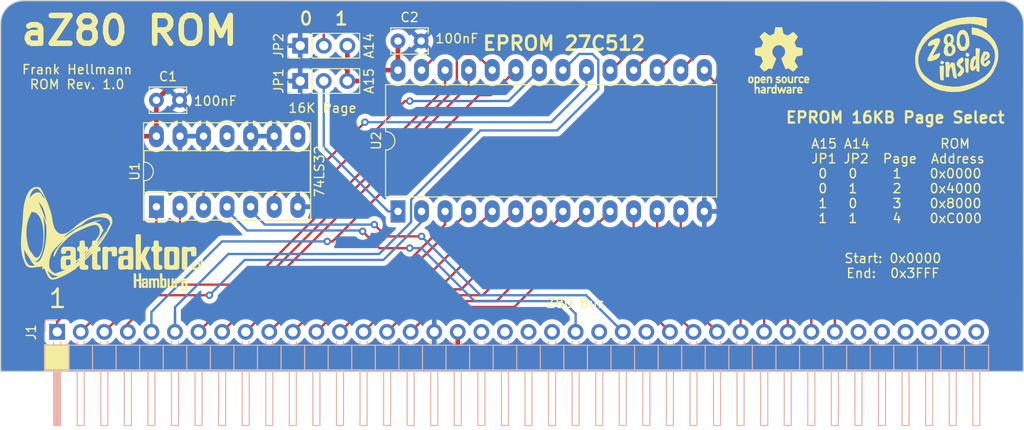
<source format=kicad_pcb>
(kicad_pcb (version 20240108) (generator "pcbnew") (generator_version "8.0")
  (layers (0 "F.Cu" signal) (31 "B.Cu" signal) (34 "B.Paste" user) (35 "F.Paste" user) (36 "B.SilkS" user "B.Silkscreen") (37 "F.SilkS" user "F.Silkscreen") (38 "B.Mask" user) (39 "F.Mask" user) (44 "Edge.Cuts" user))
  (net 0 "")
  (net 1 "/USR4")
  (net 2 "/USR3")
  (net 3 "/USR2")
  (net 4 "/USR1")
  (net 5 "/RX")
  (net 6 "/TX")
  (net 7 "/D7")
  (net 8 "/D6")
  (net 9 "/D5")
  (net 10 "/D4")
  (net 11 "/D3")
  (net 12 "/D2")
  (net 13 "/D1")
  (net 14 "/D0")
  (net 15 "/IORQ")
  (net 16 "/CLOCK")
  (net 17 "/RESET")
  (net 18 "/M1")
  (net 19 "VCC")
  (net 20 "GND")
  (net 21 "/A0")
  (net 22 "/A1")
  (net 23 "/A2")
  (net 24 "/A3")
  (net 25 "/A4")
  (net 26 "/A5")
  (net 27 "/A6")
  (net 28 "/A7")
  (net 29 "/A8")
  (net 30 "/A9")
  (net 31 "/A10")
  (net 32 "/A11")
  (net 33 "/A12")
  (net 34 "/INT")
  (net 35 "RD")
  (net 36 "MREQ")
  (net 37 "Net-(U1-Pad6)")
  (net 38 "/WR")
  (net 39 "A14")
  (net 40 "A15")
  (net 41 "Net-(JP1-Pad2)")
  (net 42 "Net-(JP2-Pad2)")
  (net 43 "Net-(U1-Pad11)")
  (net 44 "Net-(U1-Pad3)")
  (net 45 "/A13")
  (net 46 "Net-(U1-Pad8)")
  (footprint "Backplane:attraktor" (layer "F.Cu") (at 95 100.2)
    (property "Reference" "G***" (hide yes))
    (property "Value" "LOGO" (hide yes))
  )
  (footprint "Backplane:osh_logo" (layer "F.Cu") (at 166.751 80.899)
    (property "Reference" "G***" (hide yes))
    (property "Value" "LOGO" (hide yes))
  )
  (footprint "Backplane:Z80_inside" (layer "F.Cu") (at 185.928 80.01)
    (property "Reference" "G***" (hide yes))
    (property "Value" "LOGO" (hide yes))
  )
  (footprint "Capacitor_THT:C_Disc_D3.8mm_W2.6mm_P2.50mm" (layer "F.Cu") (at 99.695 85)
    (property "Reference" "C1" (at 1.25 -2.55 0) (layer "F.SilkS"))
    (property "Value" "100nF" (at 6.35 0.09 0) (layer "F.SilkS"))
    (pad "1" thru_hole circle (at 0 0) (size 1.6 1.6) (drill 0.8) (layers "*.Cu" "*.Mask") (net 19 "VCC"))
    (pad "2" thru_hole circle (at 2.5 0) (size 1.6 1.6) (drill 0.8) (layers "*.Cu" "*.Mask") (net 20 "GND"))
  )
  (footprint "Capacitor_THT:C_Disc_D3.8mm_W2.6mm_P2.50mm" (layer "F.Cu") (at 125.73 78.613)
    (property "Reference" "C2" (at 1.25 -2.55 0) (layer "F.SilkS"))
    (property "Value" "100nF" (at 6.35 -0.26 0) (layer "F.SilkS"))
    (pad "1" thru_hole circle (at 0 0) (size 1.6 1.6) (drill 0.8) (layers "*.Cu" "*.Mask") (net 19 "VCC"))
    (pad "2" thru_hole circle (at 2.5 0) (size 1.6 1.6) (drill 0.8) (layers "*.Cu" "*.Mask") (net 20 "GND"))
  )
  (footprint "Connector_PinHeader_2.54mm:PinHeader_1x03_P2.54mm_Vertical" (layer "F.Cu") (at 115.195 82.931 90)
    (property "Reference" "JP1" (at 0 -2.33 90) (layer "F.SilkS"))
    (property "Value" "A15" (at 0 7.41 90) (layer "F.SilkS"))
    (pad "1" thru_hole rect (at 0 0 90) (size 1.7 1.7) (drill 1) (layers "*.Cu" "*.Mask") (net 20 "GND"))
    (pad "2" thru_hole oval (at 0 2.54 90) (size 1.7 1.7) (drill 1) (layers "*.Cu" "*.Mask") (net 41 "Net-(JP1-Pad2)"))
    (pad "3" thru_hole oval (at 0 5.08 90) (size 1.7 1.7) (drill 1) (layers "*.Cu" "*.Mask") (net 19 "VCC"))
  )
  (footprint "Connector_PinHeader_2.54mm:PinHeader_1x03_P2.54mm_Vertical" (layer "F.Cu") (at 115.195 79.121 90)
    (property "Reference" "JP2" (at 0 -2.33 90) (layer "F.SilkS"))
    (property "Value" "A14" (at 0 7.41 90) (layer "F.SilkS"))
    (pad "1" thru_hole rect (at 0 0 90) (size 1.7 1.7) (drill 1) (layers "*.Cu" "*.Mask") (net 20 "GND"))
    (pad "2" thru_hole oval (at 0 2.54 90) (size 1.7 1.7) (drill 1) (layers "*.Cu" "*.Mask") (net 42 "Net-(JP2-Pad2)"))
    (pad "3" thru_hole oval (at 0 5.08 90) (size 1.7 1.7) (drill 1) (layers "*.Cu" "*.Mask") (net 19 "VCC"))
  )
  (footprint "Package_DIP:DIP-14_W7.62mm_Socket_LongPads" (layer "F.Cu") (at 99.695 96.5 90)
    (property "Reference" "U1" (at 3.81 -2.33 90) (layer "F.SilkS"))
    (property "Value" "74LS32" (at 3.81 17.57 90) (layer "F.SilkS"))
    (pad "1" thru_hole rect (at 0 0 90) (size 2.4 1.6) (drill 0.8) (layers "*.Cu" "*.Mask") (net 40 "A15"))
    (pad "2" thru_hole oval (at 0 2.54 90) (size 2.4 1.6) (drill 0.8) (layers "*.Cu" "*.Mask") (net 39 "A14"))
    (pad "3" thru_hole oval (at 0 5.08 90) (size 2.4 1.6) (drill 0.8) (layers "*.Cu" "*.Mask") (net 44 "Net-(U1-Pad3)"))
    (pad "4" thru_hole oval (at 0 7.62 90) (size 2.4 1.6) (drill 0.8) (layers "*.Cu" "*.Mask") (net 36 "MREQ"))
    (pad "5" thru_hole oval (at 0 10.16 90) (size 2.4 1.6) (drill 0.8) (layers "*.Cu" "*.Mask") (net 35 "RD"))
    (pad "6" thru_hole oval (at 0 12.7 90) (size 2.4 1.6) (drill 0.8) (layers "*.Cu" "*.Mask") (net 37 "Net-(U1-Pad6)"))
    (pad "7" thru_hole oval (at 0 15.24 90) (size 2.4 1.6) (drill 0.8) (layers "*.Cu" "*.Mask") (net 20 "GND"))
    (pad "8" thru_hole oval (at 7.62 15.24 90) (size 2.4 1.6) (drill 0.8) (layers "*.Cu" "*.Mask") (net 46 "Net-(U1-Pad8)"))
    (pad "9" thru_hole oval (at 7.62 12.7 90) (size 2.4 1.6) (drill 0.8) (layers "*.Cu" "*.Mask") (net 20 "GND"))
    (pad "10" thru_hole oval (at 7.62 10.16 90) (size 2.4 1.6) (drill 0.8) (layers "*.Cu" "*.Mask") (net 20 "GND"))
    (pad "11" thru_hole oval (at 7.62 7.62 90) (size 2.4 1.6) (drill 0.8) (layers "*.Cu" "*.Mask") (net 43 "Net-(U1-Pad11)"))
    (pad "12" thru_hole oval (at 7.62 5.08 90) (size 2.4 1.6) (drill 0.8) (layers "*.Cu" "*.Mask") (net 20 "GND"))
    (pad "13" thru_hole oval (at 7.62 2.54 90) (size 2.4 1.6) (drill 0.8) (layers "*.Cu" "*.Mask") (net 20 "GND"))
    (pad "14" thru_hole oval (at 7.62 0 90) (size 2.4 1.6) (drill 0.8) (layers "*.Cu" "*.Mask") (net 19 "VCC"))
  )
  (footprint "Package_DIP:DIP-28_W15.24mm_LongPads" (layer "F.Cu") (at 125.73 97 90)
    (property "Reference" "U2" (at 7.62 -2.33 90) (layer "F.SilkS"))
    (property "Value" "EPROM 27C512" (at 18.133 17.907 180) (layer "F.SilkS") (effects (font (size 1.5 1.5) (thickness 0.3))))
    (pad "1" thru_hole rect (at 0 0 90) (size 2.4 1.6) (drill 0.8) (layers "*.Cu" "*.Mask") (net 41 "Net-(JP1-Pad2)"))
    (pad "2" thru_hole oval (at 0 2.54 90) (size 2.4 1.6) (drill 0.8) (layers "*.Cu" "*.Mask") (net 33 "/A12"))
    (pad "3" thru_hole oval (at 0 5.08 90) (size 2.4 1.6) (drill 0.8) (layers "*.Cu" "*.Mask") (net 28 "/A7"))
    (pad "4" thru_hole oval (at 0 7.62 90) (size 2.4 1.6) (drill 0.8) (layers "*.Cu" "*.Mask") (net 27 "/A6"))
    (pad "5" thru_hole oval (at 0 10.16 90) (size 2.4 1.6) (drill 0.8) (layers "*.Cu" "*.Mask") (net 26 "/A5"))
    (pad "6" thru_hole oval (at 0 12.7 90) (size 2.4 1.6) (drill 0.8) (layers "*.Cu" "*.Mask") (net 25 "/A4"))
    (pad "7" thru_hole oval (at 0 15.24 90) (size 2.4 1.6) (drill 0.8) (layers "*.Cu" "*.Mask") (net 24 "/A3"))
    (pad "8" thru_hole oval (at 0 17.78 90) (size 2.4 1.6) (drill 0.8) (layers "*.Cu" "*.Mask") (net 23 "/A2"))
    (pad "9" thru_hole oval (at 0 20.32 90) (size 2.4 1.6) (drill 0.8) (layers "*.Cu" "*.Mask") (net 22 "/A1"))
    (pad "10" thru_hole oval (at 0 22.86 90) (size 2.4 1.6) (drill 0.8) (layers "*.Cu" "*.Mask") (net 21 "/A0"))
    (pad "11" thru_hole oval (at 0 25.4 90) (size 2.4 1.6) (drill 0.8) (layers "*.Cu" "*.Mask") (net 14 "/D0"))
    (pad "12" thru_hole oval (at 0 27.94 90) (size 2.4 1.6) (drill 0.8) (layers "*.Cu" "*.Mask") (net 13 "/D1"))
    (pad "13" thru_hole oval (at 0 30.48 90) (size 2.4 1.6) (drill 0.8) (layers "*.Cu" "*.Mask") (net 12 "/D2"))
    (pad "14" thru_hole oval (at 0 33.02 90) (size 2.4 1.6) (drill 0.8) (layers "*.Cu" "*.Mask") (net 20 "GND"))
    (pad "15" thru_hole oval (at 15.24 33.02 90) (size 2.4 1.6) (drill 0.8) (layers "*.Cu" "*.Mask") (net 11 "/D3"))
    (pad "16" thru_hole oval (at 15.24 30.48 90) (size 2.4 1.6) (drill 0.8) (layers "*.Cu" "*.Mask") (net 10 "/D4"))
    (pad "17" thru_hole oval (at 15.24 27.94 90) (size 2.4 1.6) (drill 0.8) (layers "*.Cu" "*.Mask") (net 9 "/D5"))
    (pad "18" thru_hole oval (at 15.24 25.4 90) (size 2.4 1.6) (drill 0.8) (layers "*.Cu" "*.Mask") (net 8 "/D6"))
    (pad "19" thru_hole oval (at 15.24 22.86 90) (size 2.4 1.6) (drill 0.8) (layers "*.Cu" "*.Mask") (net 7 "/D7"))
    (pad "20" thru_hole oval (at 15.24 20.32 90) (size 2.4 1.6) (drill 0.8) (layers "*.Cu" "*.Mask") (net 44 "Net-(U1-Pad3)"))
    (pad "21" thru_hole oval (at 15.24 17.78 90) (size 2.4 1.6) (drill 0.8) (layers "*.Cu" "*.Mask") (net 31 "/A10"))
    (pad "22" thru_hole oval (at 15.24 15.24 90) (size 2.4 1.6) (drill 0.8) (layers "*.Cu" "*.Mask") (net 37 "Net-(U1-Pad6)"))
    (pad "23" thru_hole oval (at 15.24 12.7 90) (size 2.4 1.6) (drill 0.8) (layers "*.Cu" "*.Mask") (net 32 "/A11"))
    (pad "24" thru_hole oval (at 15.24 10.16 90) (size 2.4 1.6) (drill 0.8) (layers "*.Cu" "*.Mask") (net 30 "/A9"))
    (pad "25" thru_hole oval (at 15.24 7.62 90) (size 2.4 1.6) (drill 0.8) (layers "*.Cu" "*.Mask") (net 29 "/A8"))
    (pad "26" thru_hole oval (at 15.24 5.08 90) (size 2.4 1.6) (drill 0.8) (layers "*.Cu" "*.Mask") (net 45 "/A13"))
    (pad "27" thru_hole oval (at 15.24 2.54 90) (size 2.4 1.6) (drill 0.8) (layers "*.Cu" "*.Mask") (net 42 "Net-(JP2-Pad2)"))
    (pad "28" thru_hole oval (at 15.24 0 90) (size 2.4 1.6) (drill 0.8) (layers "*.Cu" "*.Mask") (net 19 "VCC"))
  )
  (footprint "Connector_PinHeader_2.54mm:PinHeader_1x40_P2.54mm_Horizontal" (layer "B.Cu") (at 89 110 -90)
    (property "Reference" "J1" (at 0.05 2.8 90) (layer "F.SilkS"))
    (property "Value" "Z80 Bus" (at -3.09 -55.88 0) (layer "F.SilkS"))
    (pad "1" thru_hole rect (at 0 0 270) (size 1.7 1.7) (drill 1) (layers "*.Cu" "*.Mask") (net 40 "A15"))
    (pad "2" thru_hole oval (at 0 -2.54 270) (size 1.7 1.7) (drill 1) (layers "*.Cu" "*.Mask") (net 39 "A14"))
    (pad "3" thru_hole oval (at 0 -5.08 270) (size 1.7 1.7) (drill 1) (layers "*.Cu" "*.Mask") (net 45 "/A13"))
    (pad "4" thru_hole oval (at 0 -7.62 270) (size 1.7 1.7) (drill 1) (layers "*.Cu" "*.Mask") (net 33 "/A12"))
    (pad "5" thru_hole oval (at 0 -10.16 270) (size 1.7 1.7) (drill 1) (layers "*.Cu" "*.Mask") (net 32 "/A11"))
    (pad "6" thru_hole oval (at 0 -12.7 270) (size 1.7 1.7) (drill 1) (layers "*.Cu" "*.Mask") (net 31 "/A10"))
    (pad "7" thru_hole oval (at 0 -15.24 270) (size 1.7 1.7) (drill 1) (layers "*.Cu" "*.Mask") (net 30 "/A9"))
    (pad "8" thru_hole oval (at 0 -17.78 270) (size 1.7 1.7) (drill 1) (layers "*.Cu" "*.Mask") (net 29 "/A8"))
    (pad "9" thru_hole oval (at 0 -20.32 270) (size 1.7 1.7) (drill 1) (layers "*.Cu" "*.Mask") (net 28 "/A7"))
    (pad "10" thru_hole oval (at 0 -22.86 270) (size 1.7 1.7) (drill 1) (layers "*.Cu" "*.Mask") (net 27 "/A6"))
    (pad "11" thru_hole oval (at 0 -25.4 270) (size 1.7 1.7) (drill 1) (layers "*.Cu" "*.Mask") (net 26 "/A5"))
    (pad "12" thru_hole oval (at 0 -27.94 270) (size 1.7 1.7) (drill 1) (layers "*.Cu" "*.Mask") (net 25 "/A4"))
    (pad "13" thru_hole oval (at 0 -30.48 270) (size 1.7 1.7) (drill 1) (layers "*.Cu" "*.Mask") (net 24 "/A3"))
    (pad "14" thru_hole oval (at 0 -33.02 270) (size 1.7 1.7) (drill 1) (layers "*.Cu" "*.Mask") (net 23 "/A2"))
    (pad "15" thru_hole oval (at 0 -35.56 270) (size 1.7 1.7) (drill 1) (layers "*.Cu" "*.Mask") (net 22 "/A1"))
    (pad "16" thru_hole oval (at 0 -38.1 270) (size 1.7 1.7) (drill 1) (layers "*.Cu" "*.Mask") (net 21 "/A0"))
    (pad "17" thru_hole oval (at 0 -40.64 270) (size 1.7 1.7) (drill 1) (layers "*.Cu" "*.Mask") (net 20 "GND"))
    (pad "18" thru_hole oval (at 0 -43.18 270) (size 1.7 1.7) (drill 1) (layers "*.Cu" "*.Mask") (net 19 "VCC"))
    (pad "19" thru_hole oval (at 0 -45.72 270) (size 1.7 1.7) (drill 1) (layers "*.Cu" "*.Mask") (net 18 "/M1"))
    (pad "20" thru_hole oval (at 0 -48.26 270) (size 1.7 1.7) (drill 1) (layers "*.Cu" "*.Mask") (net 17 "/RESET"))
    (pad "21" thru_hole oval (at 0 -50.8 270) (size 1.7 1.7) (drill 1) (layers "*.Cu" "*.Mask") (net 16 "/CLOCK"))
    (pad "22" thru_hole oval (at 0 -53.34 270) (size 1.7 1.7) (drill 1) (layers "*.Cu" "*.Mask") (net 34 "/INT"))
    (pad "23" thru_hole oval (at 0 -55.88 270) (size 1.7 1.7) (drill 1) (layers "*.Cu" "*.Mask") (net 36 "MREQ"))
    (pad "24" thru_hole oval (at 0 -58.42 270) (size 1.7 1.7) (drill 1) (layers "*.Cu" "*.Mask") (net 38 "/WR"))
    (pad "25" thru_hole oval (at 0 -60.96 270) (size 1.7 1.7) (drill 1) (layers "*.Cu" "*.Mask") (net 35 "RD"))
    (pad "26" thru_hole oval (at 0 -63.5 270) (size 1.7 1.7) (drill 1) (layers "*.Cu" "*.Mask") (net 15 "/IORQ"))
    (pad "27" thru_hole oval (at 0 -66.04 270) (size 1.7 1.7) (drill 1) (layers "*.Cu" "*.Mask") (net 14 "/D0"))
    (pad "28" thru_hole oval (at 0 -68.58 270) (size 1.7 1.7) (drill 1) (layers "*.Cu" "*.Mask") (net 13 "/D1"))
    (pad "29" thru_hole oval (at 0 -71.12 270) (size 1.7 1.7) (drill 1) (layers "*.Cu" "*.Mask") (net 12 "/D2"))
    (pad "30" thru_hole oval (at 0 -73.66 270) (size 1.7 1.7) (drill 1) (layers "*.Cu" "*.Mask") (net 11 "/D3"))
    (pad "31" thru_hole oval (at 0 -76.2 270) (size 1.7 1.7) (drill 1) (layers "*.Cu" "*.Mask") (net 10 "/D4"))
    (pad "32" thru_hole oval (at 0 -78.74 270) (size 1.7 1.7) (drill 1) (layers "*.Cu" "*.Mask") (net 9 "/D5"))
    (pad "33" thru_hole oval (at 0 -81.28 270) (size 1.7 1.7) (drill 1) (layers "*.Cu" "*.Mask") (net 8 "/D6"))
    (pad "34" thru_hole oval (at 0 -83.82 270) (size 1.7 1.7) (drill 1) (layers "*.Cu" "*.Mask") (net 7 "/D7"))
    (pad "35" thru_hole oval (at 0 -86.36 270) (size 1.7 1.7) (drill 1) (layers "*.Cu" "*.Mask") (net 6 "/TX"))
    (pad "36" thru_hole oval (at 0 -88.9 270) (size 1.7 1.7) (drill 1) (layers "*.Cu" "*.Mask") (net 5 "/RX"))
    (pad "37" thru_hole oval (at 0 -91.44 270) (size 1.7 1.7) (drill 1) (layers "*.Cu" "*.Mask") (net 4 "/USR1"))
    (pad "38" thru_hole oval (at 0 -93.98 270) (size 1.7 1.7) (drill 1) (layers "*.Cu" "*.Mask") (net 3 "/USR2"))
    (pad "39" thru_hole oval (at 0 -96.52 270) (size 1.7 1.7) (drill 1) (layers "*.Cu" "*.Mask") (net 2 "/USR3"))
    (pad "40" thru_hole oval (at 0 -99.06 270) (size 1.7 1.7) (drill 1) (layers "*.Cu" "*.Mask") (net 1 "/USR4"))
  )
  (gr_poly (pts (xy 87.63 111.379) (xy 90.297 111.379) (xy 90.297 114.173) (xy 87.63 114.173)) (stroke (width 0.1)) (fill solid) (layer "F.SilkS"))
  (gr_arc (start 82.9 76.75) (mid 83.632233 74.982233) (end 85.4 74.25) (stroke (width 0.12)) (layer "Edge.Cuts"))
  (gr_arc (start 190.66 74.26) (mid 192.420696 74.989304) (end 193.15 76.75) (stroke (width 0.12)) (layer "Edge.Cuts"))
  (gr_line (start 85.4 74.25) (end 190.66 74.26) (stroke (width 0.12)) (layer "Edge.Cuts"))
  (gr_line (start 82.9 114.276) (end 82.9 76.75) (stroke (width 0.12)) (layer "Edge.Cuts"))
  (gr_line (start 193.15 76.75) (end 193.14 114.276) (stroke (width 0.12)) (layer "Edge.Cuts"))
  (gr_line (start 193.14 114.276) (end 82.904 114.276) (stroke (width 0.12)) (layer "Edge.Cuts"))
  (gr_text "1" (at 119.634 76.2 0) (layer "F.SilkS") (effects (font (size 1.4 1.4) (thickness 0.25))))
  (gr_text "A15 A14          ROM\nJP1 JP2  Page  Address\n 0   0     1    0x0000\n 0   1     2    0x4000\n 1   0     3    0x8000\n 1   1     4    0xC000" (at 170.18 93.726 0) (layer "F.SilkS") (effects (font (size 1 1)) (justify left)))
  (gr_text "aZ80 ROM" (at 96.8 77.5 0) (layer "F.SilkS") (effects (font (size 3 3) (thickness 0.6))))
  (gr_text "1" (at 89.05 106.4 0) (layer "F.SilkS") (effects (font (size 2 2) (thickness 0.25))))
  (gr_text "Frank Hellmann\nROM Rev. 1.0" (at 91.15 82.5 0) (layer "F.SilkS") (effects (font (size 1 1))))
  (gr_text "EPROM 16KB Page Select" (at 179.324 86.868 0) (layer "F.SilkS") (effects (font (size 1.2 1.2) (thickness 0.25))))
  (gr_text "16K Page" (at 117.602 85.852 0) (layer "F.SilkS") (effects (font (size 1 1))))
  (gr_text "Start: 0x0000\nEnd:  0x3FFF" (at 179.07 102.87 0) (layer "F.SilkS") (effects (font (size 1 1))))
  (gr_text "0" (at 115.824 76.2 0) (layer "F.SilkS") (effects (font (size 1.4 1.4) (thickness 0.25))))
  (segment (start 182.98 109.45) (end 182.98 110) (width 0.5) (layer "F.Cu") (net 3))
  (segment (start 172.82 110) (end 172.82 85.19) (width 0.25) (layer "F.Cu") (net 7))
  (segment (start 172.82 85.19) (end 166.289972 78.659972) (width 0.25) (layer "F.Cu") (net 7))
  (segment (start 148.745 81.76) (end 148.59 81.76) (width 0.25) (layer "F.Cu") (net 7))
  (segment (start 166.289972 78.659972) (end 151.845028 78.659972) (width 0.25) (layer "F.Cu") (net 7))
  (segment (start 151.845028 78.659972) (end 148.745 81.76) (width 0.25) (layer "F.Cu") (net 7))
  (segment (start 151.13 81.76) (end 153.780018 79.109982) (width 0.25) (layer "F.Cu") (net 8))
  (segment (start 164.199982 79.109982) (end 170.28 85.19) (width 0.25) (layer "F.Cu") (net 8))
  (segment (start 170.28 85.19) (end 170.28 110) (width 0.25) (layer "F.Cu") (net 8))
  (segment (start 153.780018 79.109982) (end 164.199982 79.109982) (width 0.25) (layer "F.Cu") (net 8))
  (segment (start 167.74 85.19) (end 167.74 110) (width 0.25) (layer "F.Cu") (net 9))
  (segment (start 154.624999 80.960001) (end 156.025009 79.559991) (width 0.25) (layer "F.Cu") (net 9))
  (segment (start 154.302503 81.127497) (end 153.67 81.76) (width 0.25) (layer "F.Cu") (net 9))
  (segment (start 154.432 81.127497) (end 154.302503 81.127497) (width 0.25) (layer "F.Cu") (net 9))
  (segment (start 154.599496 80.960001) (end 154.432 81.127497) (width 0.25) (layer "F.Cu") (net 9))
  (segment (start 154.624999 80.960001) (end 154.599496 80.960001) (width 0.25) (layer "F.Cu") (net 9))
  (segment (start 162.109991 79.559991) (end 167.74 85.19) (width 0.25) (layer "F.Cu") (net 9))
  (segment (start 156.025009 79.559991) (end 162.109991 79.559991) (width 0.25) (layer "F.Cu") (net 9))
  (segment (start 157.96 80.01) (end 160.02 80.01) (width 0.25) (layer "F.Cu") (net 10))
  (segment (start 160.02 80.01) (end 165.2 85.19) (width 0.25) (layer "F.Cu") (net 10))
  (segment (start 165.2 85.19) (end 165.2 110) (width 0.25) (layer "F.Cu") (net 10))
  (segment (start 156.21 81.76) (end 157.96 80.01) (width 0.25) (layer "F.Cu") (net 10))
  (segment (start 162.66 110) (end 162.66 85.825) (width 0.25) (layer "F.Cu") (net 11))
  (segment (start 162.66 85.825) (end 158.75 81.915) (width 0.25) (layer "F.Cu") (net 11))
  (segment (start 158.75 81.915) (end 158.75 81.76) (width 0.25) (layer "F.Cu") (net 11))
  (segment (start 156.21 106.09) (end 160.12 110) (width 0.25) (layer "F.Cu") (net 12))
  (segment (start 156.21 97) (end 156.21 106.09) (width 0.25) (layer "F.Cu") (net 12))
  (segment (start 153.67 106.09) (end 157.58 110) (width 0.25) (layer "F.Cu") (net 13))
  (segment (start 153.67 97) (end 153.67 106.09) (width 0.25) (layer "F.Cu") (net 13))
  (segment (start 151.13 106.09) (end 155.04 110) (width 0.25) (layer "F.Cu") (net 14))
  (segment (start 151.13 97) (end 151.13 106.09) (width 0.25) (layer "F.Cu") (net 14))
  (segment (start 125.73 79.502) (end 125.73 78.613) (width 0.5) (layer "F.Cu") (net 19))
  (segment (start 99.695 85) (end 99.695 88.88) (width 0.5) (layer "F.Cu") (net 19))
  (segment (start 125.73 79.502) (end 125.73 79) (width 0.5) (layer "F.Cu") (net 19))
  (segment (start 132.18 111.66) (end 131.445 112.395) (width 0.5) (layer "F.Cu") (net 19))
  (segment (start 100.3485 84.3465) (end 99.695 85) (width 0.5) (layer "F.Cu") (net 19))
  (segment (start 102.145 82.55) (end 100.3485 84.3465) (width 0.5) (layer "F.Cu") (net 19))
  (segment (start 125.73 81.76) (end 125.73 79.502) (width 0.5) (layer "F.Cu") (net 19))
  (segment (start 120.275 82.931) (end 122.555 82.931) (width 0.5) (layer "F.Cu") (net 19))
  (segment (start 85.725 110.49) (end 85.725 91.44) (width 0.5) (layer "F.Cu") (net 19))
  (segment (start 123.726 81.76) (end 125.73 81.76) (width 0.5) (layer "F.Cu") (net 19))
  (segment (start 119.572081 81.026) (end 103.669 81.026) (width 0.5) (layer "F.Cu") (net 19))
  (segment (start 87.63 112.395) (end 85.725 110.49) (width 0.5) (layer "F.Cu") (net 19))
  (segment (start 120.275 81.728919) (end 119.572081 81.026) (width 0.5) (layer "F.Cu") (net 19))
  (segment (start 120.275 82.931) (end 120.275 79.121) (width 0.5) (layer "F.Cu") (net 19))
  (segment (start 85.725 91.44) (end 88.285 88.88) (width 0.5) (layer "F.Cu") (net 19))
  (segment (start 103.669 81.026) (end 100.3485 84.3465) (width 0.5) (layer "F.Cu") (net 19))
  (segment (start 122.555 82.931) (end 123.726 81.76) (width 0.5) (layer "F.Cu") (net 19))
  (segment (start 120.275 82.931) (end 120.275 81.728919) (width 0.5) (layer "F.Cu") (net 19))
  (segment (start 132.18 110) (end 132.18 111.66) (width 0.5) (layer "F.Cu") (net 19))
  (segment (start 88.285 88.88) (end 99.695 88.88) (width 0.5) (layer "F.Cu") (net 19))
  (segment (start 131.445 112.395) (end 87.63 112.395) (width 0.5) (layer "F.Cu") (net 19))
  (segment (start 112.395 88.88) (end 112.395 89.28) (width 0.25) (layer "B.Cu") (net 20))
  (segment (start 109.855 88.88) (end 109.855 89.428996) (width 0.25) (layer "B.Cu") (net 20))
  (segment (start 129.785 107.315) (end 127.1 110) (width 0.25) (layer "F.Cu") (net 21))
  (segment (start 138.275 107.315) (end 129.785 107.315) (width 0.25) (layer "F.Cu") (net 21))
  (segment (start 148.59 97) (end 138.275 107.315) (width 0.25) (layer "F.Cu") (net 21))
  (segment (start 127.88 106.68) (end 124.56 110) (width 0.25) (layer "F.Cu") (net 22))
  (segment (start 136.37 106.68) (end 127.88 106.68) (width 0.25) (layer "F.Cu") (net 22))
  (segment (start 146.05 97) (end 136.37 106.68) (width 0.25) (layer "F.Cu") (net 22))
  (segment (start 134.865 106.045) (end 143.51 97.4) (width 0.25) (layer "F.Cu") (net 23))
  (segment (start 122.02 110) (end 125.975 106.045) (width 0.25) (layer "F.Cu") (net 23))
  (segment (start 125.975 106.045) (end 134.865 106.045) (width 0.25) (layer "F.Cu") (net 23))
  (segment (start 143.51 97.4) (end 143.51 97) (width 0.25) (layer "F.Cu") (net 23))
  (segment (start 140.97 97) (end 132.56 105.41) (width 0.25) (layer "F.Cu") (net 24))
  (segment (start 124.07 105.41) (end 119.48 110) (width 0.25) (layer "F.Cu") (net 24))
  (segment (start 132.56 105.41) (end 124.07 105.41) (width 0.25) (layer "F.Cu") (net 24))
  (segment (start 138.43 97) (end 130.655 104.775) (width 0.25) (layer "F.Cu") (net 25))
  (segment (start 130.655 104.775) (end 122.165 104.775) (width 0.25) (layer "F.Cu") (net 25))
  (segment (start 122.165 104.775) (end 116.94 110) (width 0.25) (layer "F.Cu") (net 25))
  (segment (start 120.26 104.14) (end 114.4 110) (width 0.25) (layer "F.Cu") (net 26))
  (segment (start 128.75 104.14) (end 120.26 104.14) (width 0.25) (layer "F.Cu") (net 26))
  (segment (start 135.89 97) (end 128.75 104.14) (width 0.25) (layer "F.Cu") (net 26))
  (segment (start 118.17001 103.68999) (end 112.709999 109.150001) (width 0.25) (layer "F.Cu") (net 27))
  (segment (start 133.35 97) (end 126.66001 103.68999) (width 0.25) (layer "F.Cu") (net 27))
  (segment (start 126.66001 103.68999) (end 118.17001 103.68999) (width 0.25) (layer "F.Cu") (net 27))
  (segment (start 112.709999 109.150001) (end 111.86 110) (width 0.25) (layer "F.Cu") (net 27))
  (segment (start 130.81 98.425) (end 130.81 97) (width 0.25) (layer "F.Cu") (net 28))
  (segment (start 116.08002 103.23998) (end 125.99502 103.23998) (width 0.25) (layer "F.Cu") (net 28))
  (segment (start 109.32 110) (end 116.08002 103.23998) (width 0.25) (layer "F.Cu") (net 28))
  (segment (start 125.99502 103.23998) (end 130.81 98.425) (width 0.25) (layer "F.Cu") (net 28))
  (segment (start 133.35 83.43) (end 106.78 110) (width 0.25) (layer "F.Cu") (net 29))
  (segment (start 133.35 81.76) (end 133.35 83.43) (width 0.25) (layer "F.Cu") (net 29))
  (segment (start 132.08 82.677) (end 132.08 82.804) (width 0.25) (layer "F.Cu") (net 30))
  (segment (start 107.696 107.95) (end 132.08 83.566) (width 0.25) (layer "F.Cu") (net 30))
  (segment (start 134.14 80.01) (end 132.715 80.01) (width 0.25) (layer "F.Cu") (net 30))
  (segment (start 132.08 83.566) (end 132.08 82.677) (width 0.25) (layer "F.Cu") (net 30))
  (segment (start 135.89 81.76) (end 134.14 80.01) (width 0.25) (layer "F.Cu") (net 30))
  (segment (start 106.29 107.95) (end 107.696 107.95) (width 0.25) (layer "F.Cu") (net 30))
  (segment (start 132.08 80.645) (end 132.08 82.677) (width 0.25) (layer "F.Cu") (net 30))
  (segment (start 104.24 110) (end 106.29 107.95) (width 0.25) (layer "F.Cu") (net 30))
  (segment (start 132.715 80.01) (end 132.08 80.645) (width 0.25) (layer "F.Cu") (net 30))
  (segment (start 127.144999 98.153001) (end 123.698 101.6) (width 0.25) (layer "B.Cu") (net 31))
  (segment (start 101.7 110) (end 101.7 107.85) (width 0.25) (layer "B.Cu") (net 31))
  (segment (start 147.32 83.82) (end 142.875 88.265) (width 0.25) (layer "B.Cu") (net 31))
  (segment (start 101.7 107.342) (end 101.7 110) (width 0.25) (layer "B.Cu") (net 31))
  (segment (start 107.442 101.6) (end 101.7 107.342) (width 0.25) (layer "B.Cu") (net 31))
  (segment (start 145.26 80.01) (end 146.685 80.01) (width 0.25) (layer "B.Cu") (net 31))
  (segment (start 127.144999 95.740001) (end 127.144999 98.153001) (width 0.25) (layer "B.Cu") (net 31))
  (segment (start 146.685 80.01) (end 147.32 80.645) (width 0.25) (layer "B.Cu") (net 31))
  (segment (start 123.698 101.6) (end 107.442 101.6) (width 0.25) (layer "B.Cu") (net 31))
  (segment (start 134.62 88.265) (end 127.144999 95.740001) (width 0.25) (layer "B.Cu") (net 31))
  (segment (start 143.51 81.76) (end 145.26 80.01) (width 0.25) (layer "B.Cu") (net 31))
  (segment (start 147.32 80.645) (end 147.32 83.82) (width 0.25) (layer "B.Cu") (net 31))
  (segment (start 142.875 88.265) (end 134.62 88.265) (width 0.25) (layer "B.Cu") (net 31))
  (segment (start 118.675685 100.24) (end 134.460685 84.455) (width 0.25) (layer "F.Cu") (net 32))
  (segment (start 118.2 100.33) (end 118.11 100.24) (width 0.25) (layer "F.Cu") (net 32))
  (segment (start 118.11 100.24) (end 118.675685 100.24) (width 0.25) (layer "F.Cu") (net 32))
  (segment (start 135.735 84.455) (end 138.43 81.76) (width 0.25) (layer "F.Cu") (net 32))
  (segment (start 134.460685 84.455) (end 135.735 84.455) (width 0.25) (layer "F.Cu") (net 32))
  (via (at 118.11 100.24) (size 0.8) (drill 0.4) (layers "F.Cu" "B.Cu") (net 32))
  (segment (start 106.770001 100.239999) (end 118.200001 100.239999) (width 0.25) (layer "B.Cu") (net 32))
  (segment (start 99.16 110) (end 99.16 107.85) (width 0.25) (layer "B.Cu") (net 32))
  (segment (start 99.16 107.85) (end 106.770001 100.239999) (width 0.25) (layer "B.Cu") (net 32))
  (segment (start 99.695 106.045) (end 96.52 109.22) (width 0.25) (layer "F.Cu") (net 33))
  (segment (start 96.52 109.22) (end 96.62 109.32) (width 0.25) (layer "F.Cu") (net 33))
  (segment (start 96.62 109.32) (end 96.62 110) (width 0.25) (layer "F.Cu") (net 33))
  (segment (start 105.41 106.045) (end 99.695 106.045) (width 0.25) (layer "F.Cu") (net 33))
  (via (at 105.41 106.045) (size 0.8) (drill 0.4) (layers "F.Cu" "B.Cu") (net 33))
  (segment (start 128.27 98.13137) (end 124.16637 102.235) (width 0.25) (layer "B.Cu") (net 33))
  (segment (start 128.27 97) (end 128.27 98.13137) (width 0.25) (layer "B.Cu") (net 33))
  (segment (start 124.16637 102.235) (end 109.22 102.235) (width 0.25) (layer "B.Cu") (net 33))
  (segment (start 109.22 102.235) (end 105.41 106.045) (width 0.25) (layer "B.Cu") (net 33))
  (segment (start 124.46 99.695) (end 128.27 99.695) (width 0.25) (layer "F.Cu") (net 35))
  (segment (start 123.19 98.425) (end 124.46 99.695) (width 0.25) (layer "F.Cu") (net 35))
  (via (at 128.27 99.695) (size 0.8) (drill 0.4) (layers "F.Cu" "B.Cu") (net 35))
  (via (at 123.19 98.425) (size 0.8) (drill 0.4) (layers "F.Cu" "B.Cu") (net 35))
  (segment (start 134.62 106.045) (end 146.005 106.045) (width 0.25) (layer "B.Cu") (net 35))
  (segment (start 146.005 106.045) (end 149.96 110) (width 0.25) (layer "B.Cu") (net 35))
  (segment (start 111.38 98.425) (end 123.19 98.425) (width 0.25) (layer "B.Cu") (net 35))
  (segment (start 109.855 96.9) (end 111.38 98.425) (width 0.25) (layer "B.Cu") (net 35))
  (segment (start 128.27 99.695) (end 134.62 106.045) (width 0.25) (layer "B.Cu") (net 35))
  (segment (start 109.855 96.5) (end 109.855 96.9) (width 0.25) (layer "B.Cu") (net 35))
  (segment (start 123.735 100.965) (end 127 100.965) (width 0.25) (layer "F.Cu") (net 36))
  (segment (start 121.92 99.15) (end 123.735 100.965) (width 0.25) (layer "F.Cu") (net 36))
  (via (at 121.92 99.15) (size 0.8) (drill 0.4) (layers "F.Cu" "B.Cu") (net 36))
  (via (at 127 100.965) (size 0.8) (drill 0.4) (layers "F.Cu" "B.Cu") (net 36))
  (segment (start 109.475 99.06) (end 121.83 99.06) (width 0.25) (layer "B.Cu") (net 36))
  (segment (start 107.315 96.9) (end 109.475 99.06) (width 0.25) (layer "B.Cu") (net 36))
  (segment (start 143.51 106.68) (end 144.88 108.05) (width 0.25) (layer "B.Cu") (net 36))
  (segment (start 121.83 99.06) (end 121.92 99.15) (width 0.25) (layer "B.Cu") (net 36))
  (segment (start 107.315 96.5) (end 107.315 96.9) (width 0.25) (layer "B.Cu") (net 36))
  (segment (start 144.88 108.05) (end 144.88 110) (width 0.25) (layer "B.Cu") (net 36))
  (segment (start 127 100.965) (end 128.27 100.965) (width 0.25) (layer "B.Cu") (net 36))
  (segment (start 133.985 106.68) (end 143.51 106.68) (width 0.25) (layer "B.Cu") (net 36))
  (segment (start 128.27 100.965) (end 133.985 106.68) (width 0.25) (layer "B.Cu") (net 36))
  (segment (start 118.237 93.345) (end 114.3 93.345) (width 0.25) (layer "F.Cu") (net 37))
  (segment (start 112.395 96.1) (end 112.395 96.5) (width 0.25) (layer "F.Cu") (net 37))
  (segment (start 114.3 93.345) (end 112.395 95.25) (width 0.25) (layer "F.Cu") (net 37))
  (segment (start 126.492 85.09) (end 127 85.09) (width 0.25) (layer "F.Cu") (net 37))
  (segment (start 112.395 95.25) (end 112.395 96.1) (width 0.25) (layer "F.Cu") (net 37))
  (segment (start 118.237 93.345) (end 126.492 85.09) (width 0.25) (layer "F.Cu") (net 37))
  (via (at 127 85.09) (size 0.8) (drill 0.4) (layers "F.Cu" "B.Cu") (net 37))
  (segment (start 127 85.09) (end 137.64 85.09) (width 0.25) (layer "B.Cu") (net 37))
  (segment (start 137.64 85.09) (end 140.97 81.76) (width 0.25) (layer "B.Cu") (net 37))
  (segment (start 102.235 99.305) (end 102.235 96.5) (width 0.25) (layer "F.Cu") (net 39))
  (segment (start 91.54 110) (end 102.235 99.305) (width 0.25) (layer "F.Cu") (net 39))
  (segment (start 102.235 96.5) (end 102.235 96.9) (width 0.25) (layer "B.Cu") (net 39))
  (segment (start 99.695 98.205) (end 99.695 97.79) (width 0.25) (layer "F.Cu") (net 40))
  (segment (start 89 108.9) (end 99.695 98.205) (width 0.25) (layer "F.Cu") (net 40))
  (segment (start 99.695 97.79) (end 99.695 96.5) (width 0.25) (layer "F.Cu") (net 40))
  (segment (start 89 110) (end 89 108.9) (width 0.25) (layer "F.Cu") (net 40))
  (segment (start 89.135 110) (end 89 110) (width 0.25) (layer "B.Cu") (net 40))
  (segment (start 124.68 97) (end 125.73 97) (width 0.25) (layer "B.Cu") (net 41))
  (segment (start 117.735 82.931) (end 117.735 90.055) (width 0.25) (layer "B.Cu") (net 41))
  (segment (start 117.735 90.055) (end 124.68 97) (width 0.25) (layer "B.Cu") (net 41))
  (segment (start 130.048 79.982) (end 130.048 77.724) (width 0.25) (layer "F.Cu") (net 42))
  (segment (start 130.048 77.724) (end 129.54 77.216) (width 0.25) (layer "F.Cu") (net 42))
  (segment (start 117.735 77.845) (end 117.735 79.121) (width 0.25) (layer "F.Cu") (net 42))
  (segment (start 117.735 79.121) (end 117.735 77.918919) (width 0.25) (layer "F.Cu") (net 42))
  (segment (start 128.27 81.76) (end 130.048 79.982) (width 0.25) (layer "F.Cu") (net 42))
  (segment (start 118.364 77.216) (end 117.735 77.845) (width 0.25) (layer "F.Cu") (net 42))
  (segment (start 129.54 77.216) (end 118.364 77.216) (width 0.25) (layer "F.Cu") (net 42))
  (segment (start 107.75 92.075) (end 117.475 92.075) (width 0.25) (layer "F.Cu") (net 44))
  (segment (start 104.775 95.05) (end 107.75 92.075) (width 0.25) (layer "F.Cu") (net 44))
  (segment (start 104.775 96.5) (end 104.775 95.05) (width 0.25) (layer "F.Cu") (net 44))
  (segment (start 122.174 87.376) (end 117.475 92.075) (width 0.25) (layer "F.Cu") (net 44))
  (via (at 122.174 87.376) (size 0.8) (drill 0.4) (layers "F.Cu" "B.Cu") (net 44))
  (segment (start 146.05 83.566) (end 146.05 82.89137) (width 0.25) (layer "B.Cu") (net 44))
  (segment (start 142.24 87.376) (end 146.05 83.566) (width 0.25) (layer "B.Cu") (net 44))
  (segment (start 122.174 87.376) (end 142.24 87.376) (width 0.25) (layer "B.Cu") (net 44))
  (segment (start 146.05 82.89137) (end 146.05 81.76) (width 0.25) (layer "B.Cu") (net 44))
  (segment (start 130.81 83.693) (end 109.601 104.902) (width 0.25) (layer "F.Cu") (net 45))
  (segment (start 109.601 104.902) (end 99.178 104.902) (width 0.25) (layer "F.Cu") (net 45))
  (segment (start 99.178 104.902) (end 94.08 110) (width 0.25) (layer "F.Cu") (net 45))
  (segment (start 130.81 81.76) (end 130.81 83.693) (width 0.25) (layer "F.Cu") (net 45))
  (zone (net 20) (net_name "GND") (layer "B.Cu") (connect_pads (clearance 0.508)) (min_thickness 0.254) (fill yes (thermal_gap 0.508) (thermal_bridge_width 0.508))
    (polygon (pts (xy 82.9 114.3) (xy 82.85 74.3) (xy 193.1 74.35) (xy 193.1 114.25)))
  )
)
</source>
